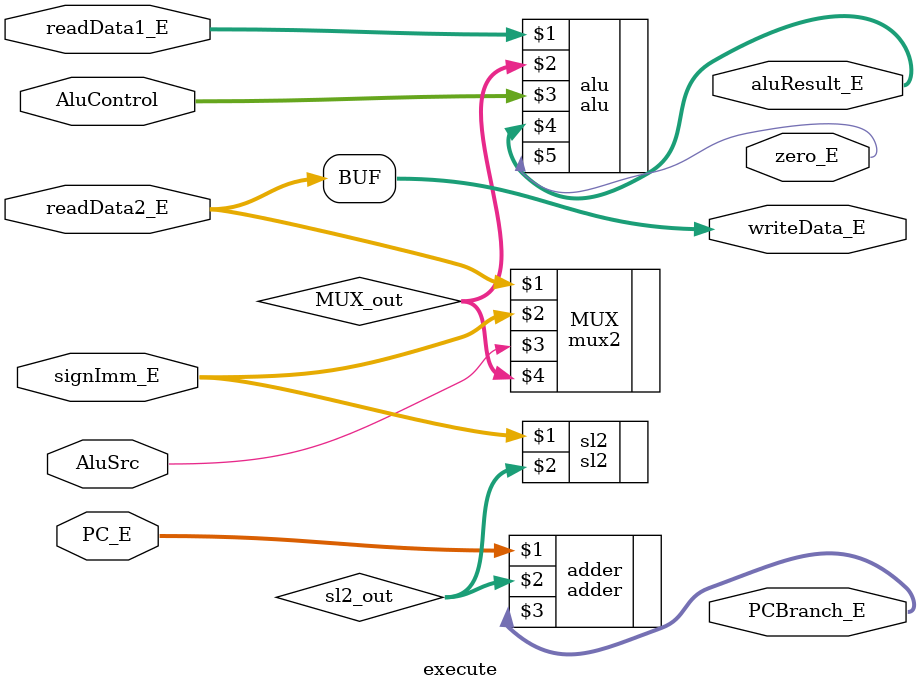
<source format=sv>
module execute #(parameter N = 64) (
		input logic AluSrc,
		input logic [3:0] AluControl,
		input logic [N-1:0] PC_E, signImm_E, readData1_E, readData2_E,
		output logic [N-1:0] PCBranch_E, aluResult_E, writeData_E,
		output logic zero_E
	);

	logic [N-1:0] MUX_out;
	logic [N-1:0] sl2_out;

	mux2 #(N) MUX(readData2_E, signImm_E, AluSrc, MUX_out);
	sl2 #(N) sl2(signImm_E, sl2_out);
	adder #(N) adder(PC_E, sl2_out, PCBranch_E);
	alu #(N) alu(readData1_E, MUX_out, AluControl, aluResult_E, zero_E);

	assign writeData_E = readData2_E;

endmodule
</source>
